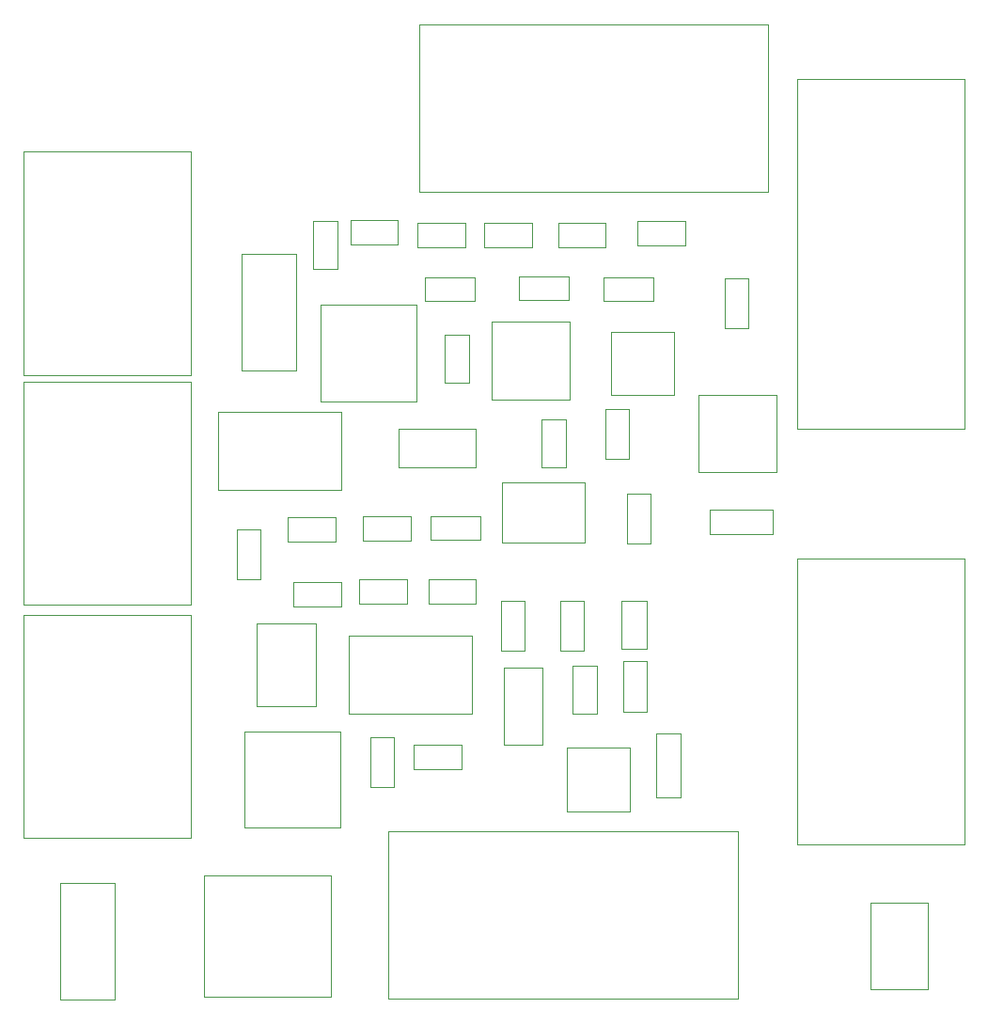
<source format=gbr>
G04 #@! TF.FileFunction,Other,User*
%FSLAX46Y46*%
G04 Gerber Fmt 4.6, Leading zero omitted, Abs format (unit mm)*
G04 Created by KiCad (PCBNEW 4.0.7) date 05/11/18 12:47:43*
%MOMM*%
%LPD*%
G01*
G04 APERTURE LIST*
%ADD10C,0.100000*%
%ADD11C,0.050000*%
G04 APERTURE END LIST*
D10*
D11*
X161330000Y-84870000D02*
X161330000Y-91870000D01*
X161330000Y-91870000D02*
X168330000Y-91870000D01*
X168330000Y-91870000D02*
X168330000Y-84870000D01*
X168330000Y-84870000D02*
X161330000Y-84870000D01*
X154530000Y-113380000D02*
X154530000Y-108880000D01*
X154530000Y-113380000D02*
X156630000Y-113380000D01*
X156630000Y-108880000D02*
X154530000Y-108880000D01*
X156630000Y-108880000D02*
X156630000Y-113380000D01*
X149700000Y-85290000D02*
X149700000Y-78290000D01*
X149700000Y-78290000D02*
X142700000Y-78290000D01*
X142700000Y-78290000D02*
X142700000Y-85290000D01*
X142700000Y-85290000D02*
X149700000Y-85290000D01*
X149650000Y-76350000D02*
X145150000Y-76350000D01*
X149650000Y-76350000D02*
X149650000Y-74250000D01*
X145150000Y-74250000D02*
X145150000Y-76350000D01*
X145150000Y-74250000D02*
X149650000Y-74250000D01*
X151000000Y-103390000D02*
X151000000Y-107890000D01*
X151000000Y-103390000D02*
X148900000Y-103390000D01*
X148900000Y-107890000D02*
X151000000Y-107890000D01*
X148900000Y-107890000D02*
X148900000Y-103390000D01*
X159150000Y-79230000D02*
X153450000Y-79230000D01*
X153450000Y-79230000D02*
X153450000Y-84930000D01*
X153450000Y-84930000D02*
X159150000Y-84930000D01*
X159150000Y-84930000D02*
X159150000Y-79230000D01*
X152790000Y-74340000D02*
X157290000Y-74340000D01*
X152790000Y-74340000D02*
X152790000Y-76440000D01*
X157290000Y-76440000D02*
X157290000Y-74340000D01*
X157290000Y-76440000D02*
X152790000Y-76440000D01*
X145670000Y-103420000D02*
X145670000Y-107920000D01*
X145670000Y-103420000D02*
X143570000Y-103420000D01*
X143570000Y-107920000D02*
X145670000Y-107920000D01*
X143570000Y-107920000D02*
X143570000Y-103420000D01*
X121870000Y-96960000D02*
X121870000Y-101460000D01*
X121870000Y-96960000D02*
X119770000Y-96960000D01*
X119770000Y-101460000D02*
X121870000Y-101460000D01*
X119770000Y-101460000D02*
X119770000Y-96960000D01*
X129090000Y-123860000D02*
X129090000Y-115160000D01*
X129090000Y-115160000D02*
X120390000Y-115160000D01*
X120390000Y-115160000D02*
X120390000Y-123860000D01*
X120390000Y-123860000D02*
X129090000Y-123860000D01*
X155020000Y-86120000D02*
X155020000Y-90620000D01*
X155020000Y-86120000D02*
X152920000Y-86120000D01*
X152920000Y-90620000D02*
X155020000Y-90620000D01*
X152920000Y-90620000D02*
X152920000Y-86120000D01*
X136670000Y-74330000D02*
X141170000Y-74330000D01*
X136670000Y-74330000D02*
X136670000Y-76430000D01*
X141170000Y-76430000D02*
X141170000Y-74330000D01*
X141170000Y-76430000D02*
X136670000Y-76430000D01*
X135950000Y-85500000D02*
X135950000Y-76800000D01*
X135950000Y-76800000D02*
X127250000Y-76800000D01*
X127250000Y-76800000D02*
X127250000Y-85500000D01*
X127250000Y-85500000D02*
X135950000Y-85500000D01*
X141650000Y-97950000D02*
X137150000Y-97950000D01*
X141650000Y-97950000D02*
X141650000Y-95850000D01*
X137150000Y-95850000D02*
X137150000Y-97950000D01*
X137150000Y-95850000D02*
X141650000Y-95850000D01*
X133870000Y-115720000D02*
X133870000Y-120220000D01*
X133870000Y-115720000D02*
X131770000Y-115720000D01*
X131770000Y-120220000D02*
X133870000Y-120220000D01*
X131770000Y-120220000D02*
X131770000Y-115720000D01*
X165780000Y-74380000D02*
X165780000Y-78880000D01*
X165780000Y-74380000D02*
X163680000Y-74380000D01*
X163680000Y-78880000D02*
X165780000Y-78880000D01*
X163680000Y-78880000D02*
X163680000Y-74380000D01*
X156960000Y-93750000D02*
X156960000Y-98250000D01*
X156960000Y-93750000D02*
X154860000Y-93750000D01*
X154860000Y-98250000D02*
X156960000Y-98250000D01*
X154860000Y-98250000D02*
X154860000Y-93750000D01*
X103850000Y-139310000D02*
X108760000Y-139310000D01*
X108760000Y-139310000D02*
X108760000Y-128810000D01*
X108760000Y-128810000D02*
X103850000Y-128810000D01*
X103850000Y-128810000D02*
X103850000Y-139310000D01*
X125050000Y-72220000D02*
X120140000Y-72220000D01*
X120140000Y-72220000D02*
X120140000Y-82720000D01*
X120140000Y-82720000D02*
X125050000Y-82720000D01*
X125050000Y-82720000D02*
X125050000Y-72220000D01*
X162330000Y-95260000D02*
X168030000Y-95260000D01*
X162330000Y-95260000D02*
X162330000Y-97420000D01*
X168030000Y-97420000D02*
X168030000Y-95260000D01*
X168030000Y-97420000D02*
X162330000Y-97420000D01*
X159700000Y-115390000D02*
X159700000Y-121090000D01*
X159700000Y-115390000D02*
X157540000Y-115390000D01*
X157540000Y-121090000D02*
X159700000Y-121090000D01*
X157540000Y-121090000D02*
X157540000Y-115390000D01*
X128250000Y-139050000D02*
X128250000Y-128150000D01*
X128250000Y-128150000D02*
X116750000Y-128150000D01*
X116750000Y-128150000D02*
X116750000Y-139050000D01*
X116750000Y-139050000D02*
X128250000Y-139050000D01*
X140940000Y-113560000D02*
X140940000Y-106560000D01*
X140940000Y-106560000D02*
X129840000Y-106560000D01*
X129840000Y-106560000D02*
X129840000Y-113560000D01*
X129840000Y-113560000D02*
X140940000Y-113560000D01*
X129120000Y-93420000D02*
X129120000Y-86420000D01*
X129120000Y-86420000D02*
X118020000Y-86420000D01*
X118020000Y-86420000D02*
X118020000Y-93420000D01*
X118020000Y-93420000D02*
X129120000Y-93420000D01*
X149960000Y-113550000D02*
X149960000Y-109250000D01*
X149960000Y-113550000D02*
X152170000Y-113550000D01*
X152170000Y-109250000D02*
X149960000Y-109250000D01*
X152170000Y-109250000D02*
X152170000Y-113550000D01*
X149360000Y-87080000D02*
X149360000Y-91380000D01*
X149360000Y-87080000D02*
X147150000Y-87080000D01*
X147150000Y-91380000D02*
X149360000Y-91380000D01*
X147150000Y-91380000D02*
X147150000Y-87080000D01*
X156620000Y-103440000D02*
X156620000Y-107740000D01*
X156620000Y-103440000D02*
X154410000Y-103440000D01*
X154410000Y-107740000D02*
X156620000Y-107740000D01*
X154410000Y-107740000D02*
X154410000Y-103440000D01*
X139950000Y-118590000D02*
X135650000Y-118590000D01*
X139950000Y-118590000D02*
X139950000Y-116380000D01*
X135650000Y-116380000D02*
X135650000Y-118590000D01*
X135650000Y-116380000D02*
X139950000Y-116380000D01*
X141280000Y-103700000D02*
X136980000Y-103700000D01*
X141280000Y-103700000D02*
X141280000Y-101490000D01*
X136980000Y-101490000D02*
X136980000Y-103700000D01*
X136980000Y-101490000D02*
X141280000Y-101490000D01*
X155830000Y-69210000D02*
X160130000Y-69210000D01*
X155830000Y-69210000D02*
X155830000Y-71420000D01*
X160130000Y-71420000D02*
X160130000Y-69210000D01*
X160130000Y-71420000D02*
X155830000Y-71420000D01*
X152970000Y-71570000D02*
X148670000Y-71570000D01*
X152970000Y-71570000D02*
X152970000Y-69360000D01*
X148670000Y-69360000D02*
X148670000Y-71570000D01*
X148670000Y-69360000D02*
X152970000Y-69360000D01*
X124800000Y-101750000D02*
X129100000Y-101750000D01*
X124800000Y-101750000D02*
X124800000Y-103960000D01*
X129100000Y-103960000D02*
X129100000Y-101750000D01*
X129100000Y-103960000D02*
X124800000Y-103960000D01*
X130760000Y-101480000D02*
X135060000Y-101480000D01*
X130760000Y-101480000D02*
X130760000Y-103690000D01*
X135060000Y-103690000D02*
X135060000Y-101480000D01*
X135060000Y-103690000D02*
X130760000Y-103690000D01*
X140680000Y-79460000D02*
X140680000Y-83760000D01*
X140680000Y-79460000D02*
X138470000Y-79460000D01*
X138470000Y-83760000D02*
X140680000Y-83760000D01*
X138470000Y-83760000D02*
X138470000Y-79460000D01*
X128610000Y-98120000D02*
X124310000Y-98120000D01*
X128610000Y-98120000D02*
X128610000Y-95910000D01*
X124310000Y-95910000D02*
X124310000Y-98120000D01*
X124310000Y-95910000D02*
X128610000Y-95910000D01*
X134250000Y-71350000D02*
X129950000Y-71350000D01*
X134250000Y-71350000D02*
X134250000Y-69140000D01*
X129950000Y-69140000D02*
X129950000Y-71350000D01*
X129950000Y-69140000D02*
X134250000Y-69140000D01*
X128810000Y-69250000D02*
X128810000Y-73550000D01*
X128810000Y-69250000D02*
X126600000Y-69250000D01*
X126600000Y-73550000D02*
X128810000Y-73550000D01*
X126600000Y-73550000D02*
X126600000Y-69250000D01*
X135410000Y-98010000D02*
X131110000Y-98010000D01*
X135410000Y-98010000D02*
X135410000Y-95800000D01*
X131110000Y-95800000D02*
X131110000Y-98010000D01*
X131110000Y-95800000D02*
X135410000Y-95800000D01*
X140290000Y-71630000D02*
X135990000Y-71630000D01*
X140290000Y-71630000D02*
X140290000Y-69420000D01*
X135990000Y-69420000D02*
X135990000Y-71630000D01*
X135990000Y-69420000D02*
X140290000Y-69420000D01*
X146350000Y-71610000D02*
X142050000Y-71610000D01*
X146350000Y-71610000D02*
X146350000Y-69400000D01*
X142050000Y-69400000D02*
X142050000Y-71610000D01*
X142050000Y-69400000D02*
X146350000Y-69400000D01*
X147280000Y-109420000D02*
X147280000Y-116380000D01*
X143780000Y-109420000D02*
X147280000Y-109420000D01*
X143780000Y-116380000D02*
X143780000Y-109420000D01*
X147280000Y-116380000D02*
X143780000Y-116380000D01*
X141280000Y-91450000D02*
X134320000Y-91450000D01*
X141280000Y-87950000D02*
X141280000Y-91450000D01*
X134320000Y-87950000D02*
X141280000Y-87950000D01*
X134320000Y-91450000D02*
X134320000Y-87950000D01*
X126890000Y-105440000D02*
X121490000Y-105440000D01*
X126890000Y-112900000D02*
X121490000Y-112900000D01*
X126890000Y-105440000D02*
X126890000Y-112900000D01*
X121490000Y-105440000D02*
X121490000Y-112900000D01*
X143630000Y-92800000D02*
X143630000Y-98200000D01*
X151090000Y-92800000D02*
X151090000Y-98200000D01*
X143630000Y-92800000D02*
X151090000Y-92800000D01*
X143630000Y-98200000D02*
X151090000Y-98200000D01*
X155140000Y-122360000D02*
X155140000Y-116660000D01*
X155140000Y-116660000D02*
X149440000Y-116660000D01*
X149440000Y-116660000D02*
X149440000Y-122360000D01*
X149440000Y-122360000D02*
X155140000Y-122360000D01*
X185250000Y-99600000D02*
X170200000Y-99600000D01*
X170200000Y-99600000D02*
X170200000Y-125400000D01*
X170200000Y-125400000D02*
X185250000Y-125400000D01*
X185250000Y-125400000D02*
X185250000Y-99600000D01*
X176800000Y-130600000D02*
X176800000Y-138400000D01*
X176800000Y-138400000D02*
X182000000Y-138400000D01*
X182000000Y-138400000D02*
X182000000Y-130600000D01*
X182000000Y-130600000D02*
X176800000Y-130600000D01*
X185250000Y-56450000D02*
X170200000Y-56450000D01*
X170200000Y-56450000D02*
X170200000Y-87900000D01*
X170200000Y-87900000D02*
X185250000Y-87900000D01*
X185250000Y-87900000D02*
X185250000Y-56450000D01*
X164850000Y-139250000D02*
X164850000Y-124200000D01*
X164850000Y-124200000D02*
X133400000Y-124200000D01*
X133400000Y-124200000D02*
X133400000Y-139250000D01*
X133400000Y-139250000D02*
X164850000Y-139250000D01*
X100550000Y-83100000D02*
X115600000Y-83100000D01*
X115600000Y-83100000D02*
X115600000Y-63000000D01*
X115600000Y-63000000D02*
X100550000Y-63000000D01*
X100550000Y-63000000D02*
X100550000Y-83100000D01*
X100550000Y-103800000D02*
X115600000Y-103800000D01*
X115600000Y-103800000D02*
X115600000Y-83700000D01*
X115600000Y-83700000D02*
X100550000Y-83700000D01*
X100550000Y-83700000D02*
X100550000Y-103800000D01*
X100550000Y-124800000D02*
X115600000Y-124800000D01*
X115600000Y-124800000D02*
X115600000Y-104700000D01*
X115600000Y-104700000D02*
X100550000Y-104700000D01*
X100550000Y-104700000D02*
X100550000Y-124800000D01*
X136150000Y-51550000D02*
X136150000Y-66600000D01*
X136150000Y-66600000D02*
X167600000Y-66600000D01*
X167600000Y-66600000D02*
X167600000Y-51550000D01*
X167600000Y-51550000D02*
X136150000Y-51550000D01*
M02*

</source>
